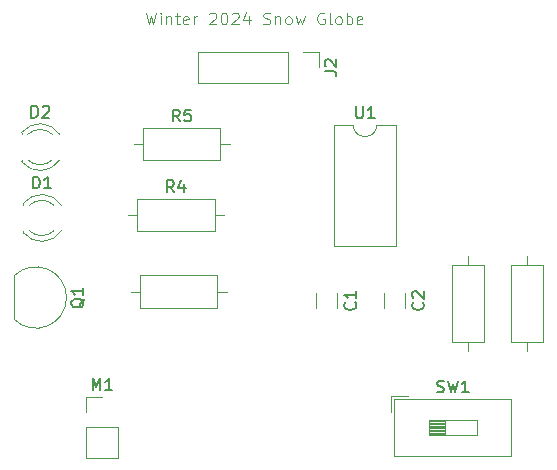
<source format=gbr>
%TF.GenerationSoftware,KiCad,Pcbnew,8.0.4*%
%TF.CreationDate,2024-11-17T18:03:45-05:00*%
%TF.ProjectId,snowglobe1,736e6f77-676c-46f6-9265-312e6b696361,rev?*%
%TF.SameCoordinates,Original*%
%TF.FileFunction,Legend,Top*%
%TF.FilePolarity,Positive*%
%FSLAX46Y46*%
G04 Gerber Fmt 4.6, Leading zero omitted, Abs format (unit mm)*
G04 Created by KiCad (PCBNEW 8.0.4) date 2024-11-17 18:03:45*
%MOMM*%
%LPD*%
G01*
G04 APERTURE LIST*
%ADD10C,0.100000*%
%ADD11C,0.150000*%
%ADD12C,0.120000*%
G04 APERTURE END LIST*
D10*
X124708646Y-55872419D02*
X124946741Y-56872419D01*
X124946741Y-56872419D02*
X125137217Y-56158133D01*
X125137217Y-56158133D02*
X125327693Y-56872419D01*
X125327693Y-56872419D02*
X125565789Y-55872419D01*
X125946741Y-56872419D02*
X125946741Y-56205752D01*
X125946741Y-55872419D02*
X125899122Y-55920038D01*
X125899122Y-55920038D02*
X125946741Y-55967657D01*
X125946741Y-55967657D02*
X125994360Y-55920038D01*
X125994360Y-55920038D02*
X125946741Y-55872419D01*
X125946741Y-55872419D02*
X125946741Y-55967657D01*
X126422931Y-56205752D02*
X126422931Y-56872419D01*
X126422931Y-56300990D02*
X126470550Y-56253371D01*
X126470550Y-56253371D02*
X126565788Y-56205752D01*
X126565788Y-56205752D02*
X126708645Y-56205752D01*
X126708645Y-56205752D02*
X126803883Y-56253371D01*
X126803883Y-56253371D02*
X126851502Y-56348609D01*
X126851502Y-56348609D02*
X126851502Y-56872419D01*
X127184836Y-56205752D02*
X127565788Y-56205752D01*
X127327693Y-55872419D02*
X127327693Y-56729561D01*
X127327693Y-56729561D02*
X127375312Y-56824800D01*
X127375312Y-56824800D02*
X127470550Y-56872419D01*
X127470550Y-56872419D02*
X127565788Y-56872419D01*
X128280074Y-56824800D02*
X128184836Y-56872419D01*
X128184836Y-56872419D02*
X127994360Y-56872419D01*
X127994360Y-56872419D02*
X127899122Y-56824800D01*
X127899122Y-56824800D02*
X127851503Y-56729561D01*
X127851503Y-56729561D02*
X127851503Y-56348609D01*
X127851503Y-56348609D02*
X127899122Y-56253371D01*
X127899122Y-56253371D02*
X127994360Y-56205752D01*
X127994360Y-56205752D02*
X128184836Y-56205752D01*
X128184836Y-56205752D02*
X128280074Y-56253371D01*
X128280074Y-56253371D02*
X128327693Y-56348609D01*
X128327693Y-56348609D02*
X128327693Y-56443847D01*
X128327693Y-56443847D02*
X127851503Y-56539085D01*
X128756265Y-56872419D02*
X128756265Y-56205752D01*
X128756265Y-56396228D02*
X128803884Y-56300990D01*
X128803884Y-56300990D02*
X128851503Y-56253371D01*
X128851503Y-56253371D02*
X128946741Y-56205752D01*
X128946741Y-56205752D02*
X129041979Y-56205752D01*
X130089599Y-55967657D02*
X130137218Y-55920038D01*
X130137218Y-55920038D02*
X130232456Y-55872419D01*
X130232456Y-55872419D02*
X130470551Y-55872419D01*
X130470551Y-55872419D02*
X130565789Y-55920038D01*
X130565789Y-55920038D02*
X130613408Y-55967657D01*
X130613408Y-55967657D02*
X130661027Y-56062895D01*
X130661027Y-56062895D02*
X130661027Y-56158133D01*
X130661027Y-56158133D02*
X130613408Y-56300990D01*
X130613408Y-56300990D02*
X130041980Y-56872419D01*
X130041980Y-56872419D02*
X130661027Y-56872419D01*
X131280075Y-55872419D02*
X131375313Y-55872419D01*
X131375313Y-55872419D02*
X131470551Y-55920038D01*
X131470551Y-55920038D02*
X131518170Y-55967657D01*
X131518170Y-55967657D02*
X131565789Y-56062895D01*
X131565789Y-56062895D02*
X131613408Y-56253371D01*
X131613408Y-56253371D02*
X131613408Y-56491466D01*
X131613408Y-56491466D02*
X131565789Y-56681942D01*
X131565789Y-56681942D02*
X131518170Y-56777180D01*
X131518170Y-56777180D02*
X131470551Y-56824800D01*
X131470551Y-56824800D02*
X131375313Y-56872419D01*
X131375313Y-56872419D02*
X131280075Y-56872419D01*
X131280075Y-56872419D02*
X131184837Y-56824800D01*
X131184837Y-56824800D02*
X131137218Y-56777180D01*
X131137218Y-56777180D02*
X131089599Y-56681942D01*
X131089599Y-56681942D02*
X131041980Y-56491466D01*
X131041980Y-56491466D02*
X131041980Y-56253371D01*
X131041980Y-56253371D02*
X131089599Y-56062895D01*
X131089599Y-56062895D02*
X131137218Y-55967657D01*
X131137218Y-55967657D02*
X131184837Y-55920038D01*
X131184837Y-55920038D02*
X131280075Y-55872419D01*
X131994361Y-55967657D02*
X132041980Y-55920038D01*
X132041980Y-55920038D02*
X132137218Y-55872419D01*
X132137218Y-55872419D02*
X132375313Y-55872419D01*
X132375313Y-55872419D02*
X132470551Y-55920038D01*
X132470551Y-55920038D02*
X132518170Y-55967657D01*
X132518170Y-55967657D02*
X132565789Y-56062895D01*
X132565789Y-56062895D02*
X132565789Y-56158133D01*
X132565789Y-56158133D02*
X132518170Y-56300990D01*
X132518170Y-56300990D02*
X131946742Y-56872419D01*
X131946742Y-56872419D02*
X132565789Y-56872419D01*
X133422932Y-56205752D02*
X133422932Y-56872419D01*
X133184837Y-55824800D02*
X132946742Y-56539085D01*
X132946742Y-56539085D02*
X133565789Y-56539085D01*
X134661028Y-56824800D02*
X134803885Y-56872419D01*
X134803885Y-56872419D02*
X135041980Y-56872419D01*
X135041980Y-56872419D02*
X135137218Y-56824800D01*
X135137218Y-56824800D02*
X135184837Y-56777180D01*
X135184837Y-56777180D02*
X135232456Y-56681942D01*
X135232456Y-56681942D02*
X135232456Y-56586704D01*
X135232456Y-56586704D02*
X135184837Y-56491466D01*
X135184837Y-56491466D02*
X135137218Y-56443847D01*
X135137218Y-56443847D02*
X135041980Y-56396228D01*
X135041980Y-56396228D02*
X134851504Y-56348609D01*
X134851504Y-56348609D02*
X134756266Y-56300990D01*
X134756266Y-56300990D02*
X134708647Y-56253371D01*
X134708647Y-56253371D02*
X134661028Y-56158133D01*
X134661028Y-56158133D02*
X134661028Y-56062895D01*
X134661028Y-56062895D02*
X134708647Y-55967657D01*
X134708647Y-55967657D02*
X134756266Y-55920038D01*
X134756266Y-55920038D02*
X134851504Y-55872419D01*
X134851504Y-55872419D02*
X135089599Y-55872419D01*
X135089599Y-55872419D02*
X135232456Y-55920038D01*
X135661028Y-56205752D02*
X135661028Y-56872419D01*
X135661028Y-56300990D02*
X135708647Y-56253371D01*
X135708647Y-56253371D02*
X135803885Y-56205752D01*
X135803885Y-56205752D02*
X135946742Y-56205752D01*
X135946742Y-56205752D02*
X136041980Y-56253371D01*
X136041980Y-56253371D02*
X136089599Y-56348609D01*
X136089599Y-56348609D02*
X136089599Y-56872419D01*
X136708647Y-56872419D02*
X136613409Y-56824800D01*
X136613409Y-56824800D02*
X136565790Y-56777180D01*
X136565790Y-56777180D02*
X136518171Y-56681942D01*
X136518171Y-56681942D02*
X136518171Y-56396228D01*
X136518171Y-56396228D02*
X136565790Y-56300990D01*
X136565790Y-56300990D02*
X136613409Y-56253371D01*
X136613409Y-56253371D02*
X136708647Y-56205752D01*
X136708647Y-56205752D02*
X136851504Y-56205752D01*
X136851504Y-56205752D02*
X136946742Y-56253371D01*
X136946742Y-56253371D02*
X136994361Y-56300990D01*
X136994361Y-56300990D02*
X137041980Y-56396228D01*
X137041980Y-56396228D02*
X137041980Y-56681942D01*
X137041980Y-56681942D02*
X136994361Y-56777180D01*
X136994361Y-56777180D02*
X136946742Y-56824800D01*
X136946742Y-56824800D02*
X136851504Y-56872419D01*
X136851504Y-56872419D02*
X136708647Y-56872419D01*
X137375314Y-56205752D02*
X137565790Y-56872419D01*
X137565790Y-56872419D02*
X137756266Y-56396228D01*
X137756266Y-56396228D02*
X137946742Y-56872419D01*
X137946742Y-56872419D02*
X138137218Y-56205752D01*
X139803885Y-55920038D02*
X139708647Y-55872419D01*
X139708647Y-55872419D02*
X139565790Y-55872419D01*
X139565790Y-55872419D02*
X139422933Y-55920038D01*
X139422933Y-55920038D02*
X139327695Y-56015276D01*
X139327695Y-56015276D02*
X139280076Y-56110514D01*
X139280076Y-56110514D02*
X139232457Y-56300990D01*
X139232457Y-56300990D02*
X139232457Y-56443847D01*
X139232457Y-56443847D02*
X139280076Y-56634323D01*
X139280076Y-56634323D02*
X139327695Y-56729561D01*
X139327695Y-56729561D02*
X139422933Y-56824800D01*
X139422933Y-56824800D02*
X139565790Y-56872419D01*
X139565790Y-56872419D02*
X139661028Y-56872419D01*
X139661028Y-56872419D02*
X139803885Y-56824800D01*
X139803885Y-56824800D02*
X139851504Y-56777180D01*
X139851504Y-56777180D02*
X139851504Y-56443847D01*
X139851504Y-56443847D02*
X139661028Y-56443847D01*
X140422933Y-56872419D02*
X140327695Y-56824800D01*
X140327695Y-56824800D02*
X140280076Y-56729561D01*
X140280076Y-56729561D02*
X140280076Y-55872419D01*
X140946743Y-56872419D02*
X140851505Y-56824800D01*
X140851505Y-56824800D02*
X140803886Y-56777180D01*
X140803886Y-56777180D02*
X140756267Y-56681942D01*
X140756267Y-56681942D02*
X140756267Y-56396228D01*
X140756267Y-56396228D02*
X140803886Y-56300990D01*
X140803886Y-56300990D02*
X140851505Y-56253371D01*
X140851505Y-56253371D02*
X140946743Y-56205752D01*
X140946743Y-56205752D02*
X141089600Y-56205752D01*
X141089600Y-56205752D02*
X141184838Y-56253371D01*
X141184838Y-56253371D02*
X141232457Y-56300990D01*
X141232457Y-56300990D02*
X141280076Y-56396228D01*
X141280076Y-56396228D02*
X141280076Y-56681942D01*
X141280076Y-56681942D02*
X141232457Y-56777180D01*
X141232457Y-56777180D02*
X141184838Y-56824800D01*
X141184838Y-56824800D02*
X141089600Y-56872419D01*
X141089600Y-56872419D02*
X140946743Y-56872419D01*
X141708648Y-56872419D02*
X141708648Y-55872419D01*
X141708648Y-56253371D02*
X141803886Y-56205752D01*
X141803886Y-56205752D02*
X141994362Y-56205752D01*
X141994362Y-56205752D02*
X142089600Y-56253371D01*
X142089600Y-56253371D02*
X142137219Y-56300990D01*
X142137219Y-56300990D02*
X142184838Y-56396228D01*
X142184838Y-56396228D02*
X142184838Y-56681942D01*
X142184838Y-56681942D02*
X142137219Y-56777180D01*
X142137219Y-56777180D02*
X142089600Y-56824800D01*
X142089600Y-56824800D02*
X141994362Y-56872419D01*
X141994362Y-56872419D02*
X141803886Y-56872419D01*
X141803886Y-56872419D02*
X141708648Y-56824800D01*
X142994362Y-56824800D02*
X142899124Y-56872419D01*
X142899124Y-56872419D02*
X142708648Y-56872419D01*
X142708648Y-56872419D02*
X142613410Y-56824800D01*
X142613410Y-56824800D02*
X142565791Y-56729561D01*
X142565791Y-56729561D02*
X142565791Y-56348609D01*
X142565791Y-56348609D02*
X142613410Y-56253371D01*
X142613410Y-56253371D02*
X142708648Y-56205752D01*
X142708648Y-56205752D02*
X142899124Y-56205752D01*
X142899124Y-56205752D02*
X142994362Y-56253371D01*
X142994362Y-56253371D02*
X143041981Y-56348609D01*
X143041981Y-56348609D02*
X143041981Y-56443847D01*
X143041981Y-56443847D02*
X142565791Y-56539085D01*
D11*
X120190476Y-87849819D02*
X120190476Y-86849819D01*
X120190476Y-86849819D02*
X120523809Y-87564104D01*
X120523809Y-87564104D02*
X120857142Y-86849819D01*
X120857142Y-86849819D02*
X120857142Y-87849819D01*
X121857142Y-87849819D02*
X121285714Y-87849819D01*
X121571428Y-87849819D02*
X121571428Y-86849819D01*
X121571428Y-86849819D02*
X121476190Y-86992676D01*
X121476190Y-86992676D02*
X121380952Y-87087914D01*
X121380952Y-87087914D02*
X121285714Y-87135533D01*
X142498095Y-63824819D02*
X142498095Y-64634342D01*
X142498095Y-64634342D02*
X142545714Y-64729580D01*
X142545714Y-64729580D02*
X142593333Y-64777200D01*
X142593333Y-64777200D02*
X142688571Y-64824819D01*
X142688571Y-64824819D02*
X142879047Y-64824819D01*
X142879047Y-64824819D02*
X142974285Y-64777200D01*
X142974285Y-64777200D02*
X143021904Y-64729580D01*
X143021904Y-64729580D02*
X143069523Y-64634342D01*
X143069523Y-64634342D02*
X143069523Y-63824819D01*
X144069523Y-64824819D02*
X143498095Y-64824819D01*
X143783809Y-64824819D02*
X143783809Y-63824819D01*
X143783809Y-63824819D02*
X143688571Y-63967676D01*
X143688571Y-63967676D02*
X143593333Y-64062914D01*
X143593333Y-64062914D02*
X143498095Y-64110533D01*
X148159580Y-80416666D02*
X148207200Y-80464285D01*
X148207200Y-80464285D02*
X148254819Y-80607142D01*
X148254819Y-80607142D02*
X148254819Y-80702380D01*
X148254819Y-80702380D02*
X148207200Y-80845237D01*
X148207200Y-80845237D02*
X148111961Y-80940475D01*
X148111961Y-80940475D02*
X148016723Y-80988094D01*
X148016723Y-80988094D02*
X147826247Y-81035713D01*
X147826247Y-81035713D02*
X147683390Y-81035713D01*
X147683390Y-81035713D02*
X147492914Y-80988094D01*
X147492914Y-80988094D02*
X147397676Y-80940475D01*
X147397676Y-80940475D02*
X147302438Y-80845237D01*
X147302438Y-80845237D02*
X147254819Y-80702380D01*
X147254819Y-80702380D02*
X147254819Y-80607142D01*
X147254819Y-80607142D02*
X147302438Y-80464285D01*
X147302438Y-80464285D02*
X147350057Y-80416666D01*
X147350057Y-80035713D02*
X147302438Y-79988094D01*
X147302438Y-79988094D02*
X147254819Y-79892856D01*
X147254819Y-79892856D02*
X147254819Y-79654761D01*
X147254819Y-79654761D02*
X147302438Y-79559523D01*
X147302438Y-79559523D02*
X147350057Y-79511904D01*
X147350057Y-79511904D02*
X147445295Y-79464285D01*
X147445295Y-79464285D02*
X147540533Y-79464285D01*
X147540533Y-79464285D02*
X147683390Y-79511904D01*
X147683390Y-79511904D02*
X148254819Y-80083332D01*
X148254819Y-80083332D02*
X148254819Y-79464285D01*
X142409580Y-80416666D02*
X142457200Y-80464285D01*
X142457200Y-80464285D02*
X142504819Y-80607142D01*
X142504819Y-80607142D02*
X142504819Y-80702380D01*
X142504819Y-80702380D02*
X142457200Y-80845237D01*
X142457200Y-80845237D02*
X142361961Y-80940475D01*
X142361961Y-80940475D02*
X142266723Y-80988094D01*
X142266723Y-80988094D02*
X142076247Y-81035713D01*
X142076247Y-81035713D02*
X141933390Y-81035713D01*
X141933390Y-81035713D02*
X141742914Y-80988094D01*
X141742914Y-80988094D02*
X141647676Y-80940475D01*
X141647676Y-80940475D02*
X141552438Y-80845237D01*
X141552438Y-80845237D02*
X141504819Y-80702380D01*
X141504819Y-80702380D02*
X141504819Y-80607142D01*
X141504819Y-80607142D02*
X141552438Y-80464285D01*
X141552438Y-80464285D02*
X141600057Y-80416666D01*
X142504819Y-79464285D02*
X142504819Y-80035713D01*
X142504819Y-79749999D02*
X141504819Y-79749999D01*
X141504819Y-79749999D02*
X141647676Y-79845237D01*
X141647676Y-79845237D02*
X141742914Y-79940475D01*
X141742914Y-79940475D02*
X141790533Y-80035713D01*
X119500057Y-80095238D02*
X119452438Y-80190476D01*
X119452438Y-80190476D02*
X119357200Y-80285714D01*
X119357200Y-80285714D02*
X119214342Y-80428571D01*
X119214342Y-80428571D02*
X119166723Y-80523809D01*
X119166723Y-80523809D02*
X119166723Y-80619047D01*
X119404819Y-80571428D02*
X119357200Y-80666666D01*
X119357200Y-80666666D02*
X119261961Y-80761904D01*
X119261961Y-80761904D02*
X119071485Y-80809523D01*
X119071485Y-80809523D02*
X118738152Y-80809523D01*
X118738152Y-80809523D02*
X118547676Y-80761904D01*
X118547676Y-80761904D02*
X118452438Y-80666666D01*
X118452438Y-80666666D02*
X118404819Y-80571428D01*
X118404819Y-80571428D02*
X118404819Y-80380952D01*
X118404819Y-80380952D02*
X118452438Y-80285714D01*
X118452438Y-80285714D02*
X118547676Y-80190476D01*
X118547676Y-80190476D02*
X118738152Y-80142857D01*
X118738152Y-80142857D02*
X119071485Y-80142857D01*
X119071485Y-80142857D02*
X119261961Y-80190476D01*
X119261961Y-80190476D02*
X119357200Y-80285714D01*
X119357200Y-80285714D02*
X119404819Y-80380952D01*
X119404819Y-80380952D02*
X119404819Y-80571428D01*
X119404819Y-79190476D02*
X119404819Y-79761904D01*
X119404819Y-79476190D02*
X118404819Y-79476190D01*
X118404819Y-79476190D02*
X118547676Y-79571428D01*
X118547676Y-79571428D02*
X118642914Y-79666666D01*
X118642914Y-79666666D02*
X118690533Y-79761904D01*
X149356667Y-87987200D02*
X149499524Y-88034819D01*
X149499524Y-88034819D02*
X149737619Y-88034819D01*
X149737619Y-88034819D02*
X149832857Y-87987200D01*
X149832857Y-87987200D02*
X149880476Y-87939580D01*
X149880476Y-87939580D02*
X149928095Y-87844342D01*
X149928095Y-87844342D02*
X149928095Y-87749104D01*
X149928095Y-87749104D02*
X149880476Y-87653866D01*
X149880476Y-87653866D02*
X149832857Y-87606247D01*
X149832857Y-87606247D02*
X149737619Y-87558628D01*
X149737619Y-87558628D02*
X149547143Y-87511009D01*
X149547143Y-87511009D02*
X149451905Y-87463390D01*
X149451905Y-87463390D02*
X149404286Y-87415771D01*
X149404286Y-87415771D02*
X149356667Y-87320533D01*
X149356667Y-87320533D02*
X149356667Y-87225295D01*
X149356667Y-87225295D02*
X149404286Y-87130057D01*
X149404286Y-87130057D02*
X149451905Y-87082438D01*
X149451905Y-87082438D02*
X149547143Y-87034819D01*
X149547143Y-87034819D02*
X149785238Y-87034819D01*
X149785238Y-87034819D02*
X149928095Y-87082438D01*
X150261429Y-87034819D02*
X150499524Y-88034819D01*
X150499524Y-88034819D02*
X150690000Y-87320533D01*
X150690000Y-87320533D02*
X150880476Y-88034819D01*
X150880476Y-88034819D02*
X151118572Y-87034819D01*
X152023333Y-88034819D02*
X151451905Y-88034819D01*
X151737619Y-88034819D02*
X151737619Y-87034819D01*
X151737619Y-87034819D02*
X151642381Y-87177676D01*
X151642381Y-87177676D02*
X151547143Y-87272914D01*
X151547143Y-87272914D02*
X151451905Y-87320533D01*
X139834819Y-60833333D02*
X140549104Y-60833333D01*
X140549104Y-60833333D02*
X140691961Y-60880952D01*
X140691961Y-60880952D02*
X140787200Y-60976190D01*
X140787200Y-60976190D02*
X140834819Y-61119047D01*
X140834819Y-61119047D02*
X140834819Y-61214285D01*
X139930057Y-60404761D02*
X139882438Y-60357142D01*
X139882438Y-60357142D02*
X139834819Y-60261904D01*
X139834819Y-60261904D02*
X139834819Y-60023809D01*
X139834819Y-60023809D02*
X139882438Y-59928571D01*
X139882438Y-59928571D02*
X139930057Y-59880952D01*
X139930057Y-59880952D02*
X140025295Y-59833333D01*
X140025295Y-59833333D02*
X140120533Y-59833333D01*
X140120533Y-59833333D02*
X140263390Y-59880952D01*
X140263390Y-59880952D02*
X140834819Y-60452380D01*
X140834819Y-60452380D02*
X140834819Y-59833333D01*
X115146905Y-70759819D02*
X115146905Y-69759819D01*
X115146905Y-69759819D02*
X115385000Y-69759819D01*
X115385000Y-69759819D02*
X115527857Y-69807438D01*
X115527857Y-69807438D02*
X115623095Y-69902676D01*
X115623095Y-69902676D02*
X115670714Y-69997914D01*
X115670714Y-69997914D02*
X115718333Y-70188390D01*
X115718333Y-70188390D02*
X115718333Y-70331247D01*
X115718333Y-70331247D02*
X115670714Y-70521723D01*
X115670714Y-70521723D02*
X115623095Y-70616961D01*
X115623095Y-70616961D02*
X115527857Y-70712200D01*
X115527857Y-70712200D02*
X115385000Y-70759819D01*
X115385000Y-70759819D02*
X115146905Y-70759819D01*
X116670714Y-70759819D02*
X116099286Y-70759819D01*
X116385000Y-70759819D02*
X116385000Y-69759819D01*
X116385000Y-69759819D02*
X116289762Y-69902676D01*
X116289762Y-69902676D02*
X116194524Y-69997914D01*
X116194524Y-69997914D02*
X116099286Y-70045533D01*
X115006905Y-64759819D02*
X115006905Y-63759819D01*
X115006905Y-63759819D02*
X115245000Y-63759819D01*
X115245000Y-63759819D02*
X115387857Y-63807438D01*
X115387857Y-63807438D02*
X115483095Y-63902676D01*
X115483095Y-63902676D02*
X115530714Y-63997914D01*
X115530714Y-63997914D02*
X115578333Y-64188390D01*
X115578333Y-64188390D02*
X115578333Y-64331247D01*
X115578333Y-64331247D02*
X115530714Y-64521723D01*
X115530714Y-64521723D02*
X115483095Y-64616961D01*
X115483095Y-64616961D02*
X115387857Y-64712200D01*
X115387857Y-64712200D02*
X115245000Y-64759819D01*
X115245000Y-64759819D02*
X115006905Y-64759819D01*
X115959286Y-63855057D02*
X116006905Y-63807438D01*
X116006905Y-63807438D02*
X116102143Y-63759819D01*
X116102143Y-63759819D02*
X116340238Y-63759819D01*
X116340238Y-63759819D02*
X116435476Y-63807438D01*
X116435476Y-63807438D02*
X116483095Y-63855057D01*
X116483095Y-63855057D02*
X116530714Y-63950295D01*
X116530714Y-63950295D02*
X116530714Y-64045533D01*
X116530714Y-64045533D02*
X116483095Y-64188390D01*
X116483095Y-64188390D02*
X115911667Y-64759819D01*
X115911667Y-64759819D02*
X116530714Y-64759819D01*
X127083333Y-71084819D02*
X126750000Y-70608628D01*
X126511905Y-71084819D02*
X126511905Y-70084819D01*
X126511905Y-70084819D02*
X126892857Y-70084819D01*
X126892857Y-70084819D02*
X126988095Y-70132438D01*
X126988095Y-70132438D02*
X127035714Y-70180057D01*
X127035714Y-70180057D02*
X127083333Y-70275295D01*
X127083333Y-70275295D02*
X127083333Y-70418152D01*
X127083333Y-70418152D02*
X127035714Y-70513390D01*
X127035714Y-70513390D02*
X126988095Y-70561009D01*
X126988095Y-70561009D02*
X126892857Y-70608628D01*
X126892857Y-70608628D02*
X126511905Y-70608628D01*
X127940476Y-70418152D02*
X127940476Y-71084819D01*
X127702381Y-70037200D02*
X127464286Y-70751485D01*
X127464286Y-70751485D02*
X128083333Y-70751485D01*
X127583333Y-65084819D02*
X127250000Y-64608628D01*
X127011905Y-65084819D02*
X127011905Y-64084819D01*
X127011905Y-64084819D02*
X127392857Y-64084819D01*
X127392857Y-64084819D02*
X127488095Y-64132438D01*
X127488095Y-64132438D02*
X127535714Y-64180057D01*
X127535714Y-64180057D02*
X127583333Y-64275295D01*
X127583333Y-64275295D02*
X127583333Y-64418152D01*
X127583333Y-64418152D02*
X127535714Y-64513390D01*
X127535714Y-64513390D02*
X127488095Y-64561009D01*
X127488095Y-64561009D02*
X127392857Y-64608628D01*
X127392857Y-64608628D02*
X127011905Y-64608628D01*
X128488095Y-64084819D02*
X128011905Y-64084819D01*
X128011905Y-64084819D02*
X127964286Y-64561009D01*
X127964286Y-64561009D02*
X128011905Y-64513390D01*
X128011905Y-64513390D02*
X128107143Y-64465771D01*
X128107143Y-64465771D02*
X128345238Y-64465771D01*
X128345238Y-64465771D02*
X128440476Y-64513390D01*
X128440476Y-64513390D02*
X128488095Y-64561009D01*
X128488095Y-64561009D02*
X128535714Y-64656247D01*
X128535714Y-64656247D02*
X128535714Y-64894342D01*
X128535714Y-64894342D02*
X128488095Y-64989580D01*
X128488095Y-64989580D02*
X128440476Y-65037200D01*
X128440476Y-65037200D02*
X128345238Y-65084819D01*
X128345238Y-65084819D02*
X128107143Y-65084819D01*
X128107143Y-65084819D02*
X128011905Y-65037200D01*
X128011905Y-65037200D02*
X127964286Y-64989580D01*
D12*
%TO.C,M1*%
X119670000Y-88395000D02*
X121000000Y-88395000D01*
X119670000Y-89725000D02*
X119670000Y-88395000D01*
X119670000Y-90995000D02*
X119670000Y-93595000D01*
X119670000Y-90995000D02*
X122330000Y-90995000D01*
X119670000Y-93595000D02*
X122330000Y-93595000D01*
X122330000Y-90995000D02*
X122330000Y-93595000D01*
%TO.C,U1*%
X140610000Y-65370000D02*
X140610000Y-75650000D01*
X140610000Y-75650000D02*
X145910000Y-75650000D01*
X142260000Y-65370000D02*
X140610000Y-65370000D01*
X145910000Y-65370000D02*
X144260000Y-65370000D01*
X145910000Y-75650000D02*
X145910000Y-65370000D01*
X144260000Y-65370000D02*
G75*
G02*
X142260000Y-65370000I-1000000J0D01*
G01*
%TO.C,R3*%
X155630000Y-77230000D02*
X155630000Y-83770000D01*
X155630000Y-83770000D02*
X158370000Y-83770000D01*
X157000000Y-76460000D02*
X157000000Y-77230000D01*
X157000000Y-84540000D02*
X157000000Y-83770000D01*
X158370000Y-77230000D02*
X155630000Y-77230000D01*
X158370000Y-83770000D02*
X158370000Y-77230000D01*
%TO.C,R2*%
X150630000Y-77230000D02*
X150630000Y-83770000D01*
X150630000Y-83770000D02*
X153370000Y-83770000D01*
X152000000Y-76460000D02*
X152000000Y-77230000D01*
X152000000Y-84540000D02*
X152000000Y-83770000D01*
X153370000Y-77230000D02*
X150630000Y-77230000D01*
X153370000Y-83770000D02*
X153370000Y-77230000D01*
%TO.C,C2*%
X144830000Y-79621000D02*
X144830000Y-80879000D01*
X146670000Y-79621000D02*
X146670000Y-80879000D01*
%TO.C,C1*%
X139080000Y-79621000D02*
X139080000Y-80879000D01*
X140920000Y-79621000D02*
X140920000Y-80879000D01*
%TO.C,R1*%
X123460000Y-79500000D02*
X124230000Y-79500000D01*
X124230000Y-78130000D02*
X124230000Y-80870000D01*
X124230000Y-80870000D02*
X130770000Y-80870000D01*
X130770000Y-78130000D02*
X124230000Y-78130000D01*
X130770000Y-80870000D02*
X130770000Y-78130000D01*
X131540000Y-79500000D02*
X130770000Y-79500000D01*
%TO.C,Q1*%
X113540000Y-78200000D02*
X113540000Y-81800000D01*
X113551522Y-78161522D02*
G75*
G02*
X117990001Y-80000000I1838478J-1838478D01*
G01*
X117990000Y-80000000D02*
G75*
G02*
X113551522Y-81838478I-2600000J0D01*
G01*
%TO.C,SW1*%
X145500000Y-88340000D02*
X145500000Y-89723000D01*
X145500000Y-88340000D02*
X146884000Y-88340000D01*
X145740000Y-88580000D02*
X145740000Y-93420000D01*
X145740000Y-88580000D02*
X155640000Y-88580000D01*
X145740000Y-93420000D02*
X155640000Y-93420000D01*
X148660000Y-90365000D02*
X148660000Y-91635000D01*
X148660000Y-90485000D02*
X150013333Y-90485000D01*
X148660000Y-90605000D02*
X150013333Y-90605000D01*
X148660000Y-90725000D02*
X150013333Y-90725000D01*
X148660000Y-90845000D02*
X150013333Y-90845000D01*
X148660000Y-90965000D02*
X150013333Y-90965000D01*
X148660000Y-91085000D02*
X150013333Y-91085000D01*
X148660000Y-91205000D02*
X150013333Y-91205000D01*
X148660000Y-91325000D02*
X150013333Y-91325000D01*
X148660000Y-91445000D02*
X150013333Y-91445000D01*
X148660000Y-91565000D02*
X150013333Y-91565000D01*
X148660000Y-91635000D02*
X152720000Y-91635000D01*
X150013333Y-90365000D02*
X150013333Y-91635000D01*
X152720000Y-90365000D02*
X148660000Y-90365000D01*
X152720000Y-91635000D02*
X152720000Y-90365000D01*
X155640000Y-88580000D02*
X155640000Y-93420000D01*
%TO.C,J2*%
X129100000Y-59170000D02*
X129100000Y-61830000D01*
X136780000Y-59170000D02*
X129100000Y-59170000D01*
X136780000Y-59170000D02*
X136780000Y-61830000D01*
X136780000Y-61830000D02*
X129100000Y-61830000D01*
X138050000Y-59170000D02*
X139380000Y-59170000D01*
X139380000Y-59170000D02*
X139380000Y-60500000D01*
%TO.C,D1*%
X114325000Y-72029000D02*
X114325000Y-72185000D01*
X114325000Y-74345000D02*
X114325000Y-74501000D01*
X114325000Y-72029484D02*
G75*
G02*
X117557335Y-72186392I1560000J-1235516D01*
G01*
X114844039Y-72185000D02*
G75*
G02*
X116926130Y-72185163I1040961J-1080000D01*
G01*
X116926130Y-74344837D02*
G75*
G02*
X114844039Y-74345000I-1041130J1079837D01*
G01*
X117557335Y-74343608D02*
G75*
G02*
X114325000Y-74500516I-1672335J1078608D01*
G01*
%TO.C,D2*%
X114185000Y-66029000D02*
X114185000Y-66185000D01*
X114185000Y-68345000D02*
X114185000Y-68501000D01*
X114185000Y-66029484D02*
G75*
G02*
X117417335Y-66186392I1560000J-1235516D01*
G01*
X114704039Y-66185000D02*
G75*
G02*
X116786130Y-66185163I1040961J-1080000D01*
G01*
X116786130Y-68344837D02*
G75*
G02*
X114704039Y-68345000I-1041130J1079837D01*
G01*
X117417335Y-68343608D02*
G75*
G02*
X114185000Y-68500516I-1672335J1078608D01*
G01*
%TO.C,R4*%
X123210000Y-73000000D02*
X123980000Y-73000000D01*
X123980000Y-71630000D02*
X123980000Y-74370000D01*
X123980000Y-74370000D02*
X130520000Y-74370000D01*
X130520000Y-71630000D02*
X123980000Y-71630000D01*
X130520000Y-74370000D02*
X130520000Y-71630000D01*
X131290000Y-73000000D02*
X130520000Y-73000000D01*
%TO.C,R5*%
X123710000Y-67000000D02*
X124480000Y-67000000D01*
X124480000Y-65630000D02*
X124480000Y-68370000D01*
X124480000Y-68370000D02*
X131020000Y-68370000D01*
X131020000Y-65630000D02*
X124480000Y-65630000D01*
X131020000Y-68370000D02*
X131020000Y-65630000D01*
X131790000Y-67000000D02*
X131020000Y-67000000D01*
%TD*%
M02*

</source>
